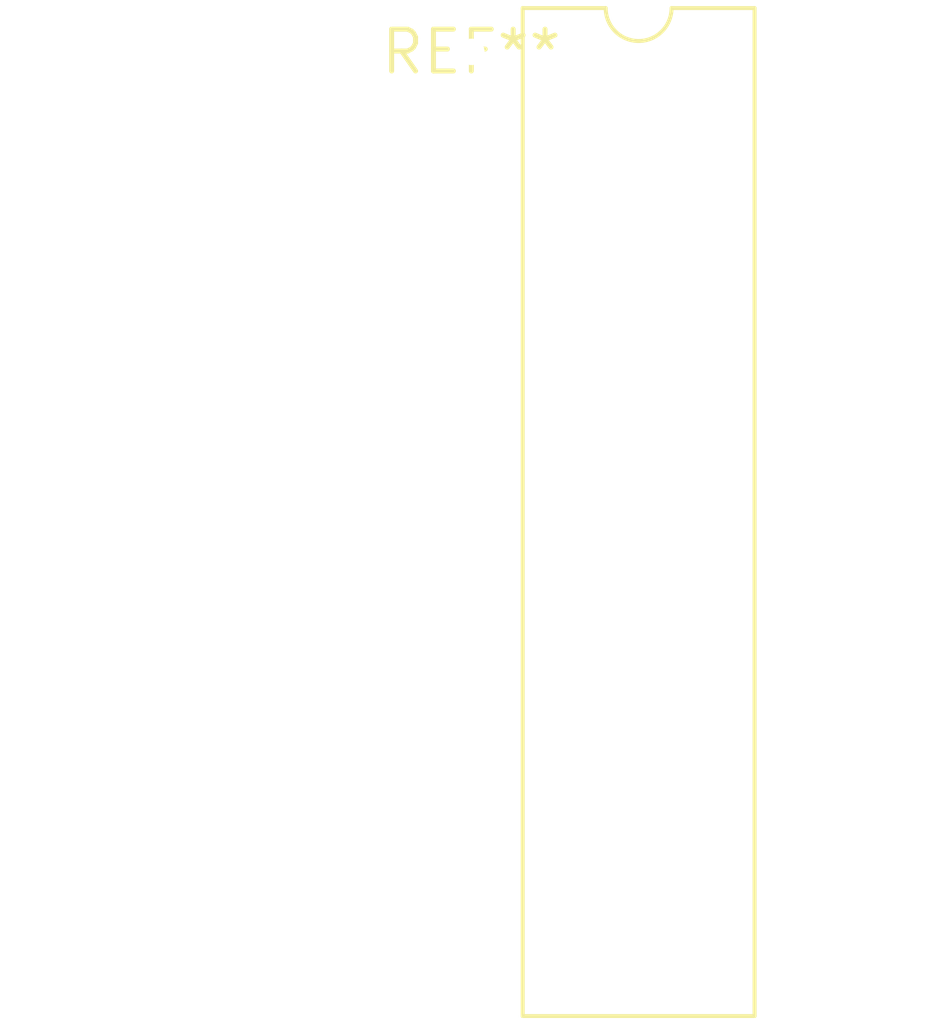
<source format=kicad_pcb>
(kicad_pcb (version 20240108) (generator pcbnew)
  (layers (0 "F.Cu" signal) (31 "B.Cu" signal) (34 "B.Paste" user) (35 "F.Paste" user) (36 "B.SilkS" user "B.Silkscreen") (37 "F.SilkS" user "F.Silkscreen") (38 "B.Mask" user) (39 "F.Mask" user) (44 "Edge.Cuts" user))
  (net 0 "")
  (footprint "DIP-24_W10.16mm_LongPads" (layer "F.Cu") (at 0 0)
    (property "Reference" "REF**")
    (property "Value" "DIP-24_W10.16mm_LongPads")
    (fp_line (start 1.56 -1.33) (end 1.56 29.27) (layer "F.SilkS") (stroke (width 0.12)))
    (fp_line (start 1.56 29.27) (end 8.6 29.27) (layer "F.SilkS") (stroke (width 0.12)))
    (fp_line (start 4.08 -1.33) (end 1.56 -1.33) (layer "F.SilkS") (stroke (width 0.12)))
    (fp_line (start 8.6 -1.33) (end 6.08 -1.33) (layer "F.SilkS") (stroke (width 0.12)))
    (fp_line (start 8.6 29.27) (end 8.6 -1.33) (layer "F.SilkS") (stroke (width 0.12)))
    (fp_arc (start 6.08 -1.33) (mid 5.08 -0.33) (end 4.08 -1.33) (layer "F.SilkS") (stroke (width 0.12)))
    (pad "1" thru_hole rect (at 0 0) (size 2.4 1.6) (drill 0.8) (layers *.Cu *.Mask) (remove_unused_layers))
    (pad "2" thru_hole oval (at 0 2.54) (size 2.4 1.6) (drill 0.8) (layers *.Cu *.Mask) (remove_unused_layers))
    (pad "3" thru_hole oval (at 0 5.08) (size 2.4 1.6) (drill 0.8) (layers *.Cu *.Mask) (remove_unused_layers))
    (pad "4" thru_hole oval (at 0 7.62) (size 2.4 1.6) (drill 0.8) (layers *.Cu *.Mask) (remove_unused_layers))
    (pad "5" thru_hole oval (at 0 10.16) (size 2.4 1.6) (drill 0.8) (layers *.Cu *.Mask) (remove_unused_layers))
    (pad "6" thru_hole oval (at 0 12.7) (size 2.4 1.6) (drill 0.8) (layers *.Cu *.Mask) (remove_unused_layers))
    (pad "7" thru_hole oval (at 0 15.24) (size 2.4 1.6) (drill 0.8) (layers *.Cu *.Mask) (remove_unused_layers))
    (pad "8" thru_hole oval (at 0 17.78) (size 2.4 1.6) (drill 0.8) (layers *.Cu *.Mask) (remove_unused_layers))
    (pad "9" thru_hole oval (at 0 20.32) (size 2.4 1.6) (drill 0.8) (layers *.Cu *.Mask) (remove_unused_layers))
    (pad "10" thru_hole oval (at 0 22.86) (size 2.4 1.6) (drill 0.8) (layers *.Cu *.Mask) (remove_unused_layers))
    (pad "11" thru_hole oval (at 0 25.4) (size 2.4 1.6) (drill 0.8) (layers *.Cu *.Mask) (remove_unused_layers))
    (pad "12" thru_hole oval (at 0 27.94) (size 2.4 1.6) (drill 0.8) (layers *.Cu *.Mask) (remove_unused_layers))
    (pad "13" thru_hole oval (at 10.16 27.94) (size 2.4 1.6) (drill 0.8) (layers *.Cu *.Mask) (remove_unused_layers))
    (pad "14" thru_hole oval (at 10.16 25.4) (size 2.4 1.6) (drill 0.8) (layers *.Cu *.Mask) (remove_unused_layers))
    (pad "15" thru_hole oval (at 10.16 22.86) (size 2.4 1.6) (drill 0.8) (layers *.Cu *.Mask) (remove_unused_layers))
    (pad "16" thru_hole oval (at 10.16 20.32) (size 2.4 1.6) (drill 0.8) (layers *.Cu *.Mask) (remove_unused_layers))
    (pad "17" thru_hole oval (at 10.16 17.78) (size 2.4 1.6) (drill 0.8) (layers *.Cu *.Mask) (remove_unused_layers))
    (pad "18" thru_hole oval (at 10.16 15.24) (size 2.4 1.6) (drill 0.8) (layers *.Cu *.Mask) (remove_unused_layers))
    (pad "19" thru_hole oval (at 10.16 12.7) (size 2.4 1.6) (drill 0.8) (layers *.Cu *.Mask) (remove_unused_layers))
    (pad "20" thru_hole oval (at 10.16 10.16) (size 2.4 1.6) (drill 0.8) (layers *.Cu *.Mask) (remove_unused_layers))
    (pad "21" thru_hole oval (at 10.16 7.62) (size 2.4 1.6) (drill 0.8) (layers *.Cu *.Mask) (remove_unused_layers))
    (pad "22" thru_hole oval (at 10.16 5.08) (size 2.4 1.6) (drill 0.8) (layers *.Cu *.Mask) (remove_unused_layers))
    (pad "23" thru_hole oval (at 10.16 2.54) (size 2.4 1.6) (drill 0.8) (layers *.Cu *.Mask) (remove_unused_layers))
    (pad "24" thru_hole oval (at 10.16 0) (size 2.4 1.6) (drill 0.8) (layers *.Cu *.Mask) (remove_unused_layers))
  )
)
</source>
